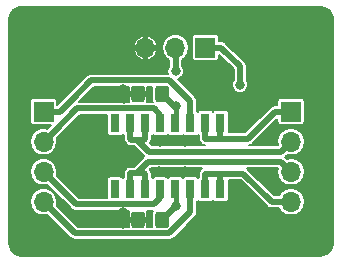
<source format=gbr>
G04 #@! TF.GenerationSoftware,KiCad,Pcbnew,(5.0.2)-1*
G04 #@! TF.CreationDate,2019-08-11T23:38:39-04:00*
G04 #@! TF.ProjectId,LT1356,4c543133-3536-42e6-9b69-6361645f7063,rev?*
G04 #@! TF.SameCoordinates,Original*
G04 #@! TF.FileFunction,Copper,L1,Top*
G04 #@! TF.FilePolarity,Positive*
%FSLAX46Y46*%
G04 Gerber Fmt 4.6, Leading zero omitted, Abs format (unit mm)*
G04 Created by KiCad (PCBNEW (5.0.2)-1) date 8/11/2019 11:38:39 PM*
%MOMM*%
%LPD*%
G01*
G04 APERTURE LIST*
G04 #@! TA.AperFunction,ComponentPad*
%ADD10R,1.700000X1.700000*%
G04 #@! TD*
G04 #@! TA.AperFunction,ComponentPad*
%ADD11O,1.700000X1.700000*%
G04 #@! TD*
G04 #@! TA.AperFunction,SMDPad,CuDef*
%ADD12R,0.800000X1.600000*%
G04 #@! TD*
G04 #@! TA.AperFunction,Conductor*
%ADD13C,0.100000*%
G04 #@! TD*
G04 #@! TA.AperFunction,SMDPad,CuDef*
%ADD14C,1.150000*%
G04 #@! TD*
G04 #@! TA.AperFunction,ViaPad*
%ADD15C,0.800000*%
G04 #@! TD*
G04 #@! TA.AperFunction,Conductor*
%ADD16C,0.400000*%
G04 #@! TD*
G04 #@! TA.AperFunction,Conductor*
%ADD17C,0.500000*%
G04 #@! TD*
G04 #@! TA.AperFunction,Conductor*
%ADD18C,0.200000*%
G04 #@! TD*
G04 APERTURE END LIST*
D10*
G04 #@! TO.P,J2,1*
G04 #@! TO.N,/INA*
X112395000Y-81534000D03*
D11*
G04 #@! TO.P,J2,2*
G04 #@! TO.N,/INB*
X112395000Y-84074000D03*
G04 #@! TO.P,J2,3*
G04 #@! TO.N,/INC*
X112395000Y-86614000D03*
G04 #@! TO.P,J2,4*
G04 #@! TO.N,/IND*
X112395000Y-89154000D03*
G04 #@! TD*
G04 #@! TO.P,J3,4*
G04 #@! TO.N,/OUTD*
X133350000Y-89154000D03*
G04 #@! TO.P,J3,3*
G04 #@! TO.N,/OUTC*
X133350000Y-86614000D03*
G04 #@! TO.P,J3,2*
G04 #@! TO.N,/OUTB*
X133350000Y-84074000D03*
D10*
G04 #@! TO.P,J3,1*
G04 #@! TO.N,/OUTA*
X133350000Y-81534000D03*
G04 #@! TD*
D12*
G04 #@! TO.P,U1,1*
G04 #@! TO.N,/OUTA*
X127369569Y-82505565D03*
G04 #@! TO.P,U1,2*
X126089569Y-82505565D03*
G04 #@! TO.P,U1,3*
G04 #@! TO.N,/INA*
X124829569Y-82505565D03*
G04 #@! TO.P,U1,4*
G04 #@! TO.N,+15V*
X123559569Y-82505565D03*
G04 #@! TO.P,U1,5*
G04 #@! TO.N,/INB*
X122279569Y-82505565D03*
G04 #@! TO.P,U1,6*
G04 #@! TO.N,/OUTB*
X121009569Y-82505565D03*
G04 #@! TO.P,U1,7*
X119749569Y-82505565D03*
G04 #@! TO.P,U1,8*
G04 #@! TO.N,Net-(U1-Pad8)*
X118469569Y-82505565D03*
G04 #@! TO.P,U1,9*
G04 #@! TO.N,Net-(U1-Pad9)*
X118469569Y-88105565D03*
G04 #@! TO.P,U1,10*
G04 #@! TO.N,/OUTC*
X119749569Y-88105565D03*
G04 #@! TO.P,U1,11*
X121009569Y-88105565D03*
G04 #@! TO.P,U1,12*
G04 #@! TO.N,/INC*
X122279569Y-88105565D03*
G04 #@! TO.P,U1,13*
G04 #@! TO.N,-15V*
X123559569Y-88105565D03*
G04 #@! TO.P,U1,14*
G04 #@! TO.N,/IND*
X124829569Y-88105565D03*
G04 #@! TO.P,U1,15*
G04 #@! TO.N,/OUTD*
X126089569Y-88105565D03*
G04 #@! TO.P,U1,16*
X127369569Y-88105565D03*
G04 #@! TD*
D13*
G04 #@! TO.N,GND*
G04 #@! TO.C,C1*
G36*
X120736505Y-79311204D02*
X120760773Y-79314804D01*
X120784572Y-79320765D01*
X120807671Y-79329030D01*
X120829850Y-79339520D01*
X120850893Y-79352132D01*
X120870599Y-79366747D01*
X120888777Y-79383223D01*
X120905253Y-79401401D01*
X120919868Y-79421107D01*
X120932480Y-79442150D01*
X120942970Y-79464329D01*
X120951235Y-79487428D01*
X120957196Y-79511227D01*
X120960796Y-79535495D01*
X120962000Y-79559999D01*
X120962000Y-80460001D01*
X120960796Y-80484505D01*
X120957196Y-80508773D01*
X120951235Y-80532572D01*
X120942970Y-80555671D01*
X120932480Y-80577850D01*
X120919868Y-80598893D01*
X120905253Y-80618599D01*
X120888777Y-80636777D01*
X120870599Y-80653253D01*
X120850893Y-80667868D01*
X120829850Y-80680480D01*
X120807671Y-80690970D01*
X120784572Y-80699235D01*
X120760773Y-80705196D01*
X120736505Y-80708796D01*
X120712001Y-80710000D01*
X120061999Y-80710000D01*
X120037495Y-80708796D01*
X120013227Y-80705196D01*
X119989428Y-80699235D01*
X119966329Y-80690970D01*
X119944150Y-80680480D01*
X119923107Y-80667868D01*
X119903401Y-80653253D01*
X119885223Y-80636777D01*
X119868747Y-80618599D01*
X119854132Y-80598893D01*
X119841520Y-80577850D01*
X119831030Y-80555671D01*
X119822765Y-80532572D01*
X119816804Y-80508773D01*
X119813204Y-80484505D01*
X119812000Y-80460001D01*
X119812000Y-79559999D01*
X119813204Y-79535495D01*
X119816804Y-79511227D01*
X119822765Y-79487428D01*
X119831030Y-79464329D01*
X119841520Y-79442150D01*
X119854132Y-79421107D01*
X119868747Y-79401401D01*
X119885223Y-79383223D01*
X119903401Y-79366747D01*
X119923107Y-79352132D01*
X119944150Y-79339520D01*
X119966329Y-79329030D01*
X119989428Y-79320765D01*
X120013227Y-79314804D01*
X120037495Y-79311204D01*
X120061999Y-79310000D01*
X120712001Y-79310000D01*
X120736505Y-79311204D01*
X120736505Y-79311204D01*
G37*
D14*
G04 #@! TD*
G04 #@! TO.P,C1,2*
G04 #@! TO.N,GND*
X120387000Y-80010000D03*
D13*
G04 #@! TO.N,+15V*
G04 #@! TO.C,C1*
G36*
X122786505Y-79311204D02*
X122810773Y-79314804D01*
X122834572Y-79320765D01*
X122857671Y-79329030D01*
X122879850Y-79339520D01*
X122900893Y-79352132D01*
X122920599Y-79366747D01*
X122938777Y-79383223D01*
X122955253Y-79401401D01*
X122969868Y-79421107D01*
X122982480Y-79442150D01*
X122992970Y-79464329D01*
X123001235Y-79487428D01*
X123007196Y-79511227D01*
X123010796Y-79535495D01*
X123012000Y-79559999D01*
X123012000Y-80460001D01*
X123010796Y-80484505D01*
X123007196Y-80508773D01*
X123001235Y-80532572D01*
X122992970Y-80555671D01*
X122982480Y-80577850D01*
X122969868Y-80598893D01*
X122955253Y-80618599D01*
X122938777Y-80636777D01*
X122920599Y-80653253D01*
X122900893Y-80667868D01*
X122879850Y-80680480D01*
X122857671Y-80690970D01*
X122834572Y-80699235D01*
X122810773Y-80705196D01*
X122786505Y-80708796D01*
X122762001Y-80710000D01*
X122111999Y-80710000D01*
X122087495Y-80708796D01*
X122063227Y-80705196D01*
X122039428Y-80699235D01*
X122016329Y-80690970D01*
X121994150Y-80680480D01*
X121973107Y-80667868D01*
X121953401Y-80653253D01*
X121935223Y-80636777D01*
X121918747Y-80618599D01*
X121904132Y-80598893D01*
X121891520Y-80577850D01*
X121881030Y-80555671D01*
X121872765Y-80532572D01*
X121866804Y-80508773D01*
X121863204Y-80484505D01*
X121862000Y-80460001D01*
X121862000Y-79559999D01*
X121863204Y-79535495D01*
X121866804Y-79511227D01*
X121872765Y-79487428D01*
X121881030Y-79464329D01*
X121891520Y-79442150D01*
X121904132Y-79421107D01*
X121918747Y-79401401D01*
X121935223Y-79383223D01*
X121953401Y-79366747D01*
X121973107Y-79352132D01*
X121994150Y-79339520D01*
X122016329Y-79329030D01*
X122039428Y-79320765D01*
X122063227Y-79314804D01*
X122087495Y-79311204D01*
X122111999Y-79310000D01*
X122762001Y-79310000D01*
X122786505Y-79311204D01*
X122786505Y-79311204D01*
G37*
D14*
G04 #@! TD*
G04 #@! TO.P,C1,1*
G04 #@! TO.N,+15V*
X122437000Y-80010000D03*
D13*
G04 #@! TO.N,GND*
G04 #@! TO.C,C2*
G36*
X120736505Y-89979204D02*
X120760773Y-89982804D01*
X120784572Y-89988765D01*
X120807671Y-89997030D01*
X120829850Y-90007520D01*
X120850893Y-90020132D01*
X120870599Y-90034747D01*
X120888777Y-90051223D01*
X120905253Y-90069401D01*
X120919868Y-90089107D01*
X120932480Y-90110150D01*
X120942970Y-90132329D01*
X120951235Y-90155428D01*
X120957196Y-90179227D01*
X120960796Y-90203495D01*
X120962000Y-90227999D01*
X120962000Y-91128001D01*
X120960796Y-91152505D01*
X120957196Y-91176773D01*
X120951235Y-91200572D01*
X120942970Y-91223671D01*
X120932480Y-91245850D01*
X120919868Y-91266893D01*
X120905253Y-91286599D01*
X120888777Y-91304777D01*
X120870599Y-91321253D01*
X120850893Y-91335868D01*
X120829850Y-91348480D01*
X120807671Y-91358970D01*
X120784572Y-91367235D01*
X120760773Y-91373196D01*
X120736505Y-91376796D01*
X120712001Y-91378000D01*
X120061999Y-91378000D01*
X120037495Y-91376796D01*
X120013227Y-91373196D01*
X119989428Y-91367235D01*
X119966329Y-91358970D01*
X119944150Y-91348480D01*
X119923107Y-91335868D01*
X119903401Y-91321253D01*
X119885223Y-91304777D01*
X119868747Y-91286599D01*
X119854132Y-91266893D01*
X119841520Y-91245850D01*
X119831030Y-91223671D01*
X119822765Y-91200572D01*
X119816804Y-91176773D01*
X119813204Y-91152505D01*
X119812000Y-91128001D01*
X119812000Y-90227999D01*
X119813204Y-90203495D01*
X119816804Y-90179227D01*
X119822765Y-90155428D01*
X119831030Y-90132329D01*
X119841520Y-90110150D01*
X119854132Y-90089107D01*
X119868747Y-90069401D01*
X119885223Y-90051223D01*
X119903401Y-90034747D01*
X119923107Y-90020132D01*
X119944150Y-90007520D01*
X119966329Y-89997030D01*
X119989428Y-89988765D01*
X120013227Y-89982804D01*
X120037495Y-89979204D01*
X120061999Y-89978000D01*
X120712001Y-89978000D01*
X120736505Y-89979204D01*
X120736505Y-89979204D01*
G37*
D14*
G04 #@! TD*
G04 #@! TO.P,C2,1*
G04 #@! TO.N,GND*
X120387000Y-90678000D03*
D13*
G04 #@! TO.N,-15V*
G04 #@! TO.C,C2*
G36*
X122786505Y-89979204D02*
X122810773Y-89982804D01*
X122834572Y-89988765D01*
X122857671Y-89997030D01*
X122879850Y-90007520D01*
X122900893Y-90020132D01*
X122920599Y-90034747D01*
X122938777Y-90051223D01*
X122955253Y-90069401D01*
X122969868Y-90089107D01*
X122982480Y-90110150D01*
X122992970Y-90132329D01*
X123001235Y-90155428D01*
X123007196Y-90179227D01*
X123010796Y-90203495D01*
X123012000Y-90227999D01*
X123012000Y-91128001D01*
X123010796Y-91152505D01*
X123007196Y-91176773D01*
X123001235Y-91200572D01*
X122992970Y-91223671D01*
X122982480Y-91245850D01*
X122969868Y-91266893D01*
X122955253Y-91286599D01*
X122938777Y-91304777D01*
X122920599Y-91321253D01*
X122900893Y-91335868D01*
X122879850Y-91348480D01*
X122857671Y-91358970D01*
X122834572Y-91367235D01*
X122810773Y-91373196D01*
X122786505Y-91376796D01*
X122762001Y-91378000D01*
X122111999Y-91378000D01*
X122087495Y-91376796D01*
X122063227Y-91373196D01*
X122039428Y-91367235D01*
X122016329Y-91358970D01*
X121994150Y-91348480D01*
X121973107Y-91335868D01*
X121953401Y-91321253D01*
X121935223Y-91304777D01*
X121918747Y-91286599D01*
X121904132Y-91266893D01*
X121891520Y-91245850D01*
X121881030Y-91223671D01*
X121872765Y-91200572D01*
X121866804Y-91176773D01*
X121863204Y-91152505D01*
X121862000Y-91128001D01*
X121862000Y-90227999D01*
X121863204Y-90203495D01*
X121866804Y-90179227D01*
X121872765Y-90155428D01*
X121881030Y-90132329D01*
X121891520Y-90110150D01*
X121904132Y-90089107D01*
X121918747Y-90069401D01*
X121935223Y-90051223D01*
X121953401Y-90034747D01*
X121973107Y-90020132D01*
X121994150Y-90007520D01*
X122016329Y-89997030D01*
X122039428Y-89988765D01*
X122063227Y-89982804D01*
X122087495Y-89979204D01*
X122111999Y-89978000D01*
X122762001Y-89978000D01*
X122786505Y-89979204D01*
X122786505Y-89979204D01*
G37*
D14*
G04 #@! TD*
G04 #@! TO.P,C2,2*
G04 #@! TO.N,-15V*
X122437000Y-90678000D03*
D10*
G04 #@! TO.P,J1,1*
G04 #@! TO.N,-15V*
X126095760Y-76108560D03*
D11*
G04 #@! TO.P,J1,2*
G04 #@! TO.N,+15V*
X123555760Y-76108560D03*
G04 #@! TO.P,J1,3*
G04 #@! TO.N,GND*
X121015760Y-76108560D03*
G04 #@! TD*
D15*
G04 #@! TO.N,-15V*
X123571000Y-89535000D03*
X129032000Y-79248000D03*
G04 #@! TO.N,+15V*
X123571000Y-81026000D03*
X123571000Y-78105000D03*
G04 #@! TO.N,GND*
X119138700Y-79578200D03*
X119164100Y-80492600D03*
X122250200Y-84086700D03*
X124371100Y-84099400D03*
X122174000Y-86563200D03*
X124396500Y-86537800D03*
X119151400Y-90055700D03*
X119151400Y-91008200D03*
G04 #@! TD*
D16*
G04 #@! TO.N,-15V*
X123571000Y-89535000D02*
X123571000Y-88116996D01*
X123571000Y-88116996D02*
X123559569Y-88105565D01*
D17*
X123571000Y-89544000D02*
X122437000Y-90678000D01*
X123571000Y-89535000D02*
X123571000Y-89544000D01*
X129032000Y-78682315D02*
X129032000Y-79248000D01*
X129032000Y-77694800D02*
X129032000Y-78682315D01*
X127445760Y-76108560D02*
X129032000Y-77694800D01*
X126095760Y-76108560D02*
X127445760Y-76108560D01*
D16*
G04 #@! TO.N,+15V*
X123571000Y-82494134D02*
X123559569Y-82505565D01*
X123571000Y-81026000D02*
X123571000Y-82494134D01*
D17*
X123453000Y-81026000D02*
X122437000Y-80010000D01*
X123571000Y-81026000D02*
X123453000Y-81026000D01*
X123571000Y-76123800D02*
X123555760Y-76108560D01*
X123571000Y-78105000D02*
X123571000Y-76123800D01*
G04 #@! TO.N,/INA*
X113745000Y-81534000D02*
X112395000Y-81534000D01*
X116419010Y-78859990D02*
X114761000Y-80518000D01*
X123051956Y-78859990D02*
X116419010Y-78859990D01*
X124829569Y-80637603D02*
X123051956Y-78859990D01*
X124829569Y-82505565D02*
X124829569Y-80637603D01*
X115103001Y-80175999D02*
X114761000Y-80518000D01*
X114761000Y-80518000D02*
X113745000Y-81534000D01*
G04 #@! TO.N,/INB*
X113244999Y-83224001D02*
X112395000Y-84074000D01*
X115213436Y-81255564D02*
X113244999Y-83224001D01*
X121769570Y-81255564D02*
X115213436Y-81255564D01*
X122279569Y-81765563D02*
X121769570Y-81255564D01*
X122279569Y-82505565D02*
X122279569Y-81765563D01*
G04 #@! TO.N,/INC*
X113244999Y-87463999D02*
X112395000Y-86614000D01*
X115136566Y-89355566D02*
X113244999Y-87463999D01*
X121769570Y-89355566D02*
X115136566Y-89355566D01*
X122279569Y-88845567D02*
X121769570Y-89355566D01*
X122279569Y-88105565D02*
X122279569Y-88845567D01*
G04 #@! TO.N,/IND*
X113244999Y-90003999D02*
X112395000Y-89154000D01*
X115069010Y-91828010D02*
X113244999Y-90003999D01*
X123051956Y-91828010D02*
X115069010Y-91828010D01*
X124829569Y-90050397D02*
X123051956Y-91828010D01*
X124829569Y-88105565D02*
X124829569Y-90050397D01*
G04 #@! TO.N,/OUTD*
X126089569Y-86805565D02*
X126089569Y-88105565D01*
X126123930Y-86771204D02*
X126089569Y-86805565D01*
X127369569Y-86805565D02*
X127335208Y-86771204D01*
X127369569Y-88105565D02*
X127369569Y-86805565D01*
X126939040Y-86771204D02*
X126123930Y-86771204D01*
X127335208Y-86771204D02*
X126939040Y-86771204D01*
X133350000Y-89154000D02*
X131699000Y-89154000D01*
X129316204Y-86771204D02*
X126939040Y-86771204D01*
X131699000Y-89154000D02*
X129316204Y-86771204D01*
G04 #@! TO.N,/OUTC*
X119778890Y-86720404D02*
X119749569Y-86749725D01*
X119749569Y-86749725D02*
X119749569Y-88105565D01*
X121009569Y-86805565D02*
X120924408Y-86720404D01*
X121009569Y-88105565D02*
X121009569Y-86805565D01*
X120269000Y-86720404D02*
X119778890Y-86720404D01*
X120924408Y-86720404D02*
X120269000Y-86720404D01*
X132500001Y-85764001D02*
X133350000Y-86614000D01*
X121225403Y-85764001D02*
X132500001Y-85764001D01*
X120269000Y-86720404D02*
X121225403Y-85764001D01*
G04 #@! TO.N,/OUTB*
X119749569Y-83805565D02*
X119749569Y-82505565D01*
X119855168Y-83911164D02*
X119749569Y-83805565D01*
X121009569Y-83805565D02*
X120903970Y-83911164D01*
X121009569Y-82505565D02*
X121009569Y-83805565D01*
X120309640Y-83911164D02*
X119855168Y-83911164D01*
X120903970Y-83911164D02*
X120309640Y-83911164D01*
X132500001Y-84923999D02*
X133350000Y-84074000D01*
X121322475Y-84923999D02*
X132500001Y-84923999D01*
X120309640Y-83911164D02*
X121322475Y-84923999D01*
G04 #@! TO.N,/OUTA*
X126089569Y-83805565D02*
X126089569Y-82505565D01*
X126108808Y-83824804D02*
X126089569Y-83805565D01*
X127369569Y-83805565D02*
X127350330Y-83824804D01*
X127369569Y-82505565D02*
X127369569Y-83805565D01*
X127350330Y-83824804D02*
X126771400Y-83824804D01*
X126771400Y-83824804D02*
X126108808Y-83824804D01*
X129709196Y-83824804D02*
X126771400Y-83824804D01*
X132000000Y-81534000D02*
X129709196Y-83824804D01*
X133350000Y-81534000D02*
X132000000Y-81534000D01*
G04 #@! TD*
D18*
G04 #@! TO.N,GND*
G36*
X136228857Y-72728991D02*
X136526847Y-72901037D01*
X136748022Y-73164622D01*
X136869907Y-73499499D01*
X136885001Y-73672023D01*
X136885000Y-92685942D01*
X136821008Y-93048859D01*
X136648963Y-93346847D01*
X136385379Y-93568021D01*
X136050501Y-93689907D01*
X135877988Y-93705000D01*
X110514058Y-93705000D01*
X110151141Y-93641008D01*
X109853153Y-93468963D01*
X109631979Y-93205379D01*
X109510093Y-92870501D01*
X109495000Y-92697988D01*
X109495000Y-84074000D01*
X111222471Y-84074000D01*
X111311724Y-84522707D01*
X111565897Y-84903103D01*
X111946293Y-85157276D01*
X112281739Y-85224000D01*
X112508261Y-85224000D01*
X112843707Y-85157276D01*
X113224103Y-84903103D01*
X113478276Y-84522707D01*
X113567529Y-84074000D01*
X113502042Y-83744775D01*
X113672211Y-83574606D01*
X113672213Y-83574603D01*
X115441253Y-81805564D01*
X117763692Y-81805564D01*
X117763692Y-83305565D01*
X117786976Y-83422619D01*
X117853281Y-83521853D01*
X117952515Y-83588158D01*
X118069569Y-83611442D01*
X118869569Y-83611442D01*
X118986623Y-83588158D01*
X119085857Y-83521853D01*
X119109569Y-83486365D01*
X119133281Y-83521853D01*
X119199569Y-83566145D01*
X119199569Y-83751396D01*
X119188794Y-83805565D01*
X119199569Y-83859734D01*
X119231480Y-84020163D01*
X119353041Y-84202093D01*
X119398968Y-84232780D01*
X119427953Y-84261765D01*
X119458640Y-84307692D01*
X119640569Y-84429253D01*
X119800998Y-84461164D01*
X119800999Y-84461164D01*
X119855168Y-84471939D01*
X119909337Y-84461164D01*
X120081824Y-84461164D01*
X120895261Y-85274602D01*
X120917671Y-85308141D01*
X120828875Y-85367473D01*
X120798189Y-85413398D01*
X120041184Y-86170404D01*
X119833058Y-86170404D01*
X119778889Y-86159629D01*
X119724720Y-86170404D01*
X119564291Y-86202315D01*
X119382362Y-86323876D01*
X119370618Y-86341453D01*
X119353041Y-86353197D01*
X119231480Y-86535127D01*
X119199569Y-86695555D01*
X119188794Y-86749725D01*
X119199569Y-86803894D01*
X119199569Y-87044985D01*
X119133281Y-87089277D01*
X119109569Y-87124765D01*
X119085857Y-87089277D01*
X118986623Y-87022972D01*
X118869569Y-86999688D01*
X118069569Y-86999688D01*
X117952515Y-87022972D01*
X117853281Y-87089277D01*
X117786976Y-87188511D01*
X117763692Y-87305565D01*
X117763692Y-88805566D01*
X115364383Y-88805566D01*
X113672213Y-87113397D01*
X113672211Y-87113394D01*
X113502042Y-86943225D01*
X113567529Y-86614000D01*
X113478276Y-86165293D01*
X113224103Y-85784897D01*
X112843707Y-85530724D01*
X112508261Y-85464000D01*
X112281739Y-85464000D01*
X111946293Y-85530724D01*
X111565897Y-85784897D01*
X111311724Y-86165293D01*
X111222471Y-86614000D01*
X111311724Y-87062707D01*
X111565897Y-87443103D01*
X111946293Y-87697276D01*
X112281739Y-87764000D01*
X112508261Y-87764000D01*
X112724225Y-87721042D01*
X112894394Y-87891211D01*
X112894397Y-87891213D01*
X114709352Y-89706169D01*
X114740038Y-89752094D01*
X114921967Y-89873655D01*
X115082396Y-89905566D01*
X115082397Y-89905566D01*
X115136566Y-89916341D01*
X115190735Y-89905566D01*
X119625525Y-89905566D01*
X119612000Y-89938217D01*
X119612000Y-90474000D01*
X119662000Y-90524000D01*
X120233000Y-90524000D01*
X120233000Y-90504000D01*
X120541000Y-90504000D01*
X120541000Y-90524000D01*
X121112000Y-90524000D01*
X121162000Y-90474000D01*
X121162000Y-89938217D01*
X121148475Y-89905566D01*
X121671741Y-89905566D01*
X121598437Y-90015274D01*
X121556123Y-90227999D01*
X121556123Y-91128001D01*
X121585962Y-91278010D01*
X121162000Y-91278010D01*
X121162000Y-90882000D01*
X121112000Y-90832000D01*
X120541000Y-90832000D01*
X120541000Y-90852000D01*
X120233000Y-90852000D01*
X120233000Y-90832000D01*
X119662000Y-90832000D01*
X119612000Y-90882000D01*
X119612000Y-91278010D01*
X115296827Y-91278010D01*
X113672213Y-89653397D01*
X113672211Y-89653394D01*
X113502042Y-89483225D01*
X113567529Y-89154000D01*
X113478276Y-88705293D01*
X113224103Y-88324897D01*
X112843707Y-88070724D01*
X112508261Y-88004000D01*
X112281739Y-88004000D01*
X111946293Y-88070724D01*
X111565897Y-88324897D01*
X111311724Y-88705293D01*
X111222471Y-89154000D01*
X111311724Y-89602707D01*
X111565897Y-89983103D01*
X111946293Y-90237276D01*
X112281739Y-90304000D01*
X112508261Y-90304000D01*
X112724225Y-90261042D01*
X112894394Y-90431211D01*
X112894397Y-90431213D01*
X114641796Y-92178613D01*
X114672482Y-92224538D01*
X114854411Y-92346099D01*
X115014840Y-92378010D01*
X115069009Y-92388785D01*
X115123178Y-92378010D01*
X122997787Y-92378010D01*
X123051956Y-92388785D01*
X123106125Y-92378010D01*
X123106126Y-92378010D01*
X123266555Y-92346099D01*
X123448484Y-92224538D01*
X123479172Y-92178610D01*
X125180175Y-90477609D01*
X125226097Y-90446925D01*
X125305964Y-90327396D01*
X125347657Y-90264998D01*
X125347657Y-90264997D01*
X125347658Y-90264996D01*
X125379569Y-90104567D01*
X125379569Y-90104563D01*
X125390343Y-90050398D01*
X125379569Y-89996233D01*
X125379569Y-89166145D01*
X125445857Y-89121853D01*
X125459569Y-89101331D01*
X125473281Y-89121853D01*
X125572515Y-89188158D01*
X125689569Y-89211442D01*
X126489569Y-89211442D01*
X126606623Y-89188158D01*
X126705857Y-89121853D01*
X126729569Y-89086365D01*
X126753281Y-89121853D01*
X126852515Y-89188158D01*
X126969569Y-89211442D01*
X127769569Y-89211442D01*
X127886623Y-89188158D01*
X127985857Y-89121853D01*
X128052162Y-89022619D01*
X128075446Y-88905565D01*
X128075446Y-87321204D01*
X129088388Y-87321204D01*
X131271788Y-89504606D01*
X131302472Y-89550528D01*
X131348394Y-89581212D01*
X131484399Y-89672088D01*
X131484400Y-89672088D01*
X131484401Y-89672089D01*
X131644830Y-89704000D01*
X131644834Y-89704000D01*
X131698999Y-89714774D01*
X131753164Y-89704000D01*
X132334406Y-89704000D01*
X132520897Y-89983103D01*
X132901293Y-90237276D01*
X133236739Y-90304000D01*
X133463261Y-90304000D01*
X133798707Y-90237276D01*
X134179103Y-89983103D01*
X134433276Y-89602707D01*
X134522529Y-89154000D01*
X134433276Y-88705293D01*
X134179103Y-88324897D01*
X133798707Y-88070724D01*
X133463261Y-88004000D01*
X133236739Y-88004000D01*
X132901293Y-88070724D01*
X132520897Y-88324897D01*
X132334406Y-88604000D01*
X131926818Y-88604000D01*
X129743420Y-86420604D01*
X129712732Y-86374676D01*
X129621925Y-86314001D01*
X132237144Y-86314001D01*
X132177471Y-86614000D01*
X132266724Y-87062707D01*
X132520897Y-87443103D01*
X132901293Y-87697276D01*
X133236739Y-87764000D01*
X133463261Y-87764000D01*
X133798707Y-87697276D01*
X134179103Y-87443103D01*
X134433276Y-87062707D01*
X134522529Y-86614000D01*
X134433276Y-86165293D01*
X134179103Y-85784897D01*
X133798707Y-85530724D01*
X133463261Y-85464000D01*
X133236739Y-85464000D01*
X133020774Y-85506958D01*
X132927217Y-85413401D01*
X132896529Y-85367473D01*
X132861399Y-85344000D01*
X132896529Y-85320527D01*
X132927217Y-85274599D01*
X133020774Y-85181042D01*
X133236739Y-85224000D01*
X133463261Y-85224000D01*
X133798707Y-85157276D01*
X134179103Y-84903103D01*
X134433276Y-84522707D01*
X134522529Y-84074000D01*
X134433276Y-83625293D01*
X134179103Y-83244897D01*
X133798707Y-82990724D01*
X133463261Y-82924000D01*
X133236739Y-82924000D01*
X132901293Y-82990724D01*
X132520897Y-83244897D01*
X132266724Y-83625293D01*
X132177471Y-84074000D01*
X132237144Y-84373999D01*
X129767413Y-84373999D01*
X129923795Y-84342893D01*
X130105724Y-84221332D01*
X130136412Y-84175404D01*
X132194123Y-82117694D01*
X132194123Y-82384000D01*
X132217407Y-82501054D01*
X132283712Y-82600288D01*
X132382946Y-82666593D01*
X132500000Y-82689877D01*
X134200000Y-82689877D01*
X134317054Y-82666593D01*
X134416288Y-82600288D01*
X134482593Y-82501054D01*
X134505877Y-82384000D01*
X134505877Y-80684000D01*
X134482593Y-80566946D01*
X134416288Y-80467712D01*
X134317054Y-80401407D01*
X134200000Y-80378123D01*
X132500000Y-80378123D01*
X132382946Y-80401407D01*
X132283712Y-80467712D01*
X132217407Y-80566946D01*
X132194123Y-80684000D01*
X132194123Y-80984000D01*
X132054168Y-80984000D01*
X131999999Y-80973225D01*
X131945830Y-80984000D01*
X131785401Y-81015911D01*
X131603472Y-81137472D01*
X131572787Y-81183396D01*
X129481380Y-83274804D01*
X128075446Y-83274804D01*
X128075446Y-81705565D01*
X128052162Y-81588511D01*
X127985857Y-81489277D01*
X127886623Y-81422972D01*
X127769569Y-81399688D01*
X126969569Y-81399688D01*
X126852515Y-81422972D01*
X126753281Y-81489277D01*
X126729569Y-81524765D01*
X126705857Y-81489277D01*
X126606623Y-81422972D01*
X126489569Y-81399688D01*
X125689569Y-81399688D01*
X125572515Y-81422972D01*
X125473281Y-81489277D01*
X125459569Y-81509799D01*
X125445857Y-81489277D01*
X125379569Y-81444985D01*
X125379569Y-80691767D01*
X125390343Y-80637602D01*
X125379569Y-80583437D01*
X125379569Y-80583433D01*
X125347658Y-80423004D01*
X125333228Y-80401407D01*
X125256781Y-80286997D01*
X125226097Y-80241075D01*
X125180175Y-80210391D01*
X123755878Y-78786096D01*
X123967518Y-78698432D01*
X124164432Y-78501518D01*
X124271000Y-78244239D01*
X124271000Y-77965761D01*
X124164432Y-77708482D01*
X124121000Y-77665050D01*
X124121000Y-77113971D01*
X124384863Y-76937663D01*
X124639036Y-76557267D01*
X124728289Y-76108560D01*
X124639036Y-75659853D01*
X124384863Y-75279457D01*
X124353589Y-75258560D01*
X124939883Y-75258560D01*
X124939883Y-76958560D01*
X124963167Y-77075614D01*
X125029472Y-77174848D01*
X125128706Y-77241153D01*
X125245760Y-77264437D01*
X126945760Y-77264437D01*
X127062814Y-77241153D01*
X127162048Y-77174848D01*
X127228353Y-77075614D01*
X127251637Y-76958560D01*
X127251637Y-76692253D01*
X128482000Y-77922617D01*
X128482001Y-78628141D01*
X128482000Y-78628146D01*
X128482000Y-78808050D01*
X128438568Y-78851482D01*
X128332000Y-79108761D01*
X128332000Y-79387239D01*
X128438568Y-79644518D01*
X128635482Y-79841432D01*
X128892761Y-79948000D01*
X129171239Y-79948000D01*
X129428518Y-79841432D01*
X129625432Y-79644518D01*
X129732000Y-79387239D01*
X129732000Y-79108761D01*
X129625432Y-78851482D01*
X129582000Y-78808050D01*
X129582000Y-77748968D01*
X129592775Y-77694799D01*
X129556328Y-77511568D01*
X129550089Y-77480201D01*
X129428528Y-77298272D01*
X129382603Y-77267586D01*
X127872976Y-75757960D01*
X127842288Y-75712032D01*
X127660359Y-75590471D01*
X127499930Y-75558560D01*
X127499929Y-75558560D01*
X127445760Y-75547785D01*
X127391591Y-75558560D01*
X127251637Y-75558560D01*
X127251637Y-75258560D01*
X127228353Y-75141506D01*
X127162048Y-75042272D01*
X127062814Y-74975967D01*
X126945760Y-74952683D01*
X125245760Y-74952683D01*
X125128706Y-74975967D01*
X125029472Y-75042272D01*
X124963167Y-75141506D01*
X124939883Y-75258560D01*
X124353589Y-75258560D01*
X124004467Y-75025284D01*
X123669021Y-74958560D01*
X123442499Y-74958560D01*
X123107053Y-75025284D01*
X122726657Y-75279457D01*
X122472484Y-75659853D01*
X122383231Y-76108560D01*
X122472484Y-76557267D01*
X122726657Y-76937663D01*
X123021000Y-77134337D01*
X123021000Y-77665050D01*
X122977568Y-77708482D01*
X122871000Y-77965761D01*
X122871000Y-78244239D01*
X122898235Y-78309990D01*
X116473178Y-78309990D01*
X116419009Y-78299215D01*
X116364840Y-78309990D01*
X116204411Y-78341901D01*
X116022482Y-78463462D01*
X115991796Y-78509387D01*
X114410395Y-80090788D01*
X113550877Y-80950307D01*
X113550877Y-80684000D01*
X113527593Y-80566946D01*
X113461288Y-80467712D01*
X113362054Y-80401407D01*
X113245000Y-80378123D01*
X111545000Y-80378123D01*
X111427946Y-80401407D01*
X111328712Y-80467712D01*
X111262407Y-80566946D01*
X111239123Y-80684000D01*
X111239123Y-82384000D01*
X111262407Y-82501054D01*
X111328712Y-82600288D01*
X111427946Y-82666593D01*
X111545000Y-82689877D01*
X113001307Y-82689877D01*
X112894397Y-82796787D01*
X112894394Y-82796789D01*
X112724225Y-82966958D01*
X112508261Y-82924000D01*
X112281739Y-82924000D01*
X111946293Y-82990724D01*
X111565897Y-83244897D01*
X111311724Y-83625293D01*
X111222471Y-84074000D01*
X109495000Y-84074000D01*
X109495000Y-76423147D01*
X120013977Y-76423147D01*
X120210620Y-76782566D01*
X120529839Y-77039374D01*
X120701176Y-77110327D01*
X120861760Y-77096631D01*
X120861760Y-76262560D01*
X121169760Y-76262560D01*
X121169760Y-77096631D01*
X121330344Y-77110327D01*
X121501681Y-77039374D01*
X121820900Y-76782566D01*
X122017543Y-76423147D01*
X122004422Y-76262560D01*
X121169760Y-76262560D01*
X120861760Y-76262560D01*
X120027098Y-76262560D01*
X120013977Y-76423147D01*
X109495000Y-76423147D01*
X109495000Y-75793973D01*
X120013977Y-75793973D01*
X120027098Y-75954560D01*
X120861760Y-75954560D01*
X120861760Y-75120489D01*
X121169760Y-75120489D01*
X121169760Y-75954560D01*
X122004422Y-75954560D01*
X122017543Y-75793973D01*
X121820900Y-75434554D01*
X121501681Y-75177746D01*
X121330344Y-75106793D01*
X121169760Y-75120489D01*
X120861760Y-75120489D01*
X120701176Y-75106793D01*
X120529839Y-75177746D01*
X120210620Y-75434554D01*
X120013977Y-75793973D01*
X109495000Y-75793973D01*
X109495000Y-73684058D01*
X109558991Y-73321143D01*
X109731037Y-73023153D01*
X109994622Y-72801978D01*
X110329499Y-72680093D01*
X110502011Y-72665000D01*
X135865942Y-72665000D01*
X136228857Y-72728991D01*
X136228857Y-72728991D01*
G37*
X136228857Y-72728991D02*
X136526847Y-72901037D01*
X136748022Y-73164622D01*
X136869907Y-73499499D01*
X136885001Y-73672023D01*
X136885000Y-92685942D01*
X136821008Y-93048859D01*
X136648963Y-93346847D01*
X136385379Y-93568021D01*
X136050501Y-93689907D01*
X135877988Y-93705000D01*
X110514058Y-93705000D01*
X110151141Y-93641008D01*
X109853153Y-93468963D01*
X109631979Y-93205379D01*
X109510093Y-92870501D01*
X109495000Y-92697988D01*
X109495000Y-84074000D01*
X111222471Y-84074000D01*
X111311724Y-84522707D01*
X111565897Y-84903103D01*
X111946293Y-85157276D01*
X112281739Y-85224000D01*
X112508261Y-85224000D01*
X112843707Y-85157276D01*
X113224103Y-84903103D01*
X113478276Y-84522707D01*
X113567529Y-84074000D01*
X113502042Y-83744775D01*
X113672211Y-83574606D01*
X113672213Y-83574603D01*
X115441253Y-81805564D01*
X117763692Y-81805564D01*
X117763692Y-83305565D01*
X117786976Y-83422619D01*
X117853281Y-83521853D01*
X117952515Y-83588158D01*
X118069569Y-83611442D01*
X118869569Y-83611442D01*
X118986623Y-83588158D01*
X119085857Y-83521853D01*
X119109569Y-83486365D01*
X119133281Y-83521853D01*
X119199569Y-83566145D01*
X119199569Y-83751396D01*
X119188794Y-83805565D01*
X119199569Y-83859734D01*
X119231480Y-84020163D01*
X119353041Y-84202093D01*
X119398968Y-84232780D01*
X119427953Y-84261765D01*
X119458640Y-84307692D01*
X119640569Y-84429253D01*
X119800998Y-84461164D01*
X119800999Y-84461164D01*
X119855168Y-84471939D01*
X119909337Y-84461164D01*
X120081824Y-84461164D01*
X120895261Y-85274602D01*
X120917671Y-85308141D01*
X120828875Y-85367473D01*
X120798189Y-85413398D01*
X120041184Y-86170404D01*
X119833058Y-86170404D01*
X119778889Y-86159629D01*
X119724720Y-86170404D01*
X119564291Y-86202315D01*
X119382362Y-86323876D01*
X119370618Y-86341453D01*
X119353041Y-86353197D01*
X119231480Y-86535127D01*
X119199569Y-86695555D01*
X119188794Y-86749725D01*
X119199569Y-86803894D01*
X119199569Y-87044985D01*
X119133281Y-87089277D01*
X119109569Y-87124765D01*
X119085857Y-87089277D01*
X118986623Y-87022972D01*
X118869569Y-86999688D01*
X118069569Y-86999688D01*
X117952515Y-87022972D01*
X117853281Y-87089277D01*
X117786976Y-87188511D01*
X117763692Y-87305565D01*
X117763692Y-88805566D01*
X115364383Y-88805566D01*
X113672213Y-87113397D01*
X113672211Y-87113394D01*
X113502042Y-86943225D01*
X113567529Y-86614000D01*
X113478276Y-86165293D01*
X113224103Y-85784897D01*
X112843707Y-85530724D01*
X112508261Y-85464000D01*
X112281739Y-85464000D01*
X111946293Y-85530724D01*
X111565897Y-85784897D01*
X111311724Y-86165293D01*
X111222471Y-86614000D01*
X111311724Y-87062707D01*
X111565897Y-87443103D01*
X111946293Y-87697276D01*
X112281739Y-87764000D01*
X112508261Y-87764000D01*
X112724225Y-87721042D01*
X112894394Y-87891211D01*
X112894397Y-87891213D01*
X114709352Y-89706169D01*
X114740038Y-89752094D01*
X114921967Y-89873655D01*
X115082396Y-89905566D01*
X115082397Y-89905566D01*
X115136566Y-89916341D01*
X115190735Y-89905566D01*
X119625525Y-89905566D01*
X119612000Y-89938217D01*
X119612000Y-90474000D01*
X119662000Y-90524000D01*
X120233000Y-90524000D01*
X120233000Y-90504000D01*
X120541000Y-90504000D01*
X120541000Y-90524000D01*
X121112000Y-90524000D01*
X121162000Y-90474000D01*
X121162000Y-89938217D01*
X121148475Y-89905566D01*
X121671741Y-89905566D01*
X121598437Y-90015274D01*
X121556123Y-90227999D01*
X121556123Y-91128001D01*
X121585962Y-91278010D01*
X121162000Y-91278010D01*
X121162000Y-90882000D01*
X121112000Y-90832000D01*
X120541000Y-90832000D01*
X120541000Y-90852000D01*
X120233000Y-90852000D01*
X120233000Y-90832000D01*
X119662000Y-90832000D01*
X119612000Y-90882000D01*
X119612000Y-91278010D01*
X115296827Y-91278010D01*
X113672213Y-89653397D01*
X113672211Y-89653394D01*
X113502042Y-89483225D01*
X113567529Y-89154000D01*
X113478276Y-88705293D01*
X113224103Y-88324897D01*
X112843707Y-88070724D01*
X112508261Y-88004000D01*
X112281739Y-88004000D01*
X111946293Y-88070724D01*
X111565897Y-88324897D01*
X111311724Y-88705293D01*
X111222471Y-89154000D01*
X111311724Y-89602707D01*
X111565897Y-89983103D01*
X111946293Y-90237276D01*
X112281739Y-90304000D01*
X112508261Y-90304000D01*
X112724225Y-90261042D01*
X112894394Y-90431211D01*
X112894397Y-90431213D01*
X114641796Y-92178613D01*
X114672482Y-92224538D01*
X114854411Y-92346099D01*
X115014840Y-92378010D01*
X115069009Y-92388785D01*
X115123178Y-92378010D01*
X122997787Y-92378010D01*
X123051956Y-92388785D01*
X123106125Y-92378010D01*
X123106126Y-92378010D01*
X123266555Y-92346099D01*
X123448484Y-92224538D01*
X123479172Y-92178610D01*
X125180175Y-90477609D01*
X125226097Y-90446925D01*
X125305964Y-90327396D01*
X125347657Y-90264998D01*
X125347657Y-90264997D01*
X125347658Y-90264996D01*
X125379569Y-90104567D01*
X125379569Y-90104563D01*
X125390343Y-90050398D01*
X125379569Y-89996233D01*
X125379569Y-89166145D01*
X125445857Y-89121853D01*
X125459569Y-89101331D01*
X125473281Y-89121853D01*
X125572515Y-89188158D01*
X125689569Y-89211442D01*
X126489569Y-89211442D01*
X126606623Y-89188158D01*
X126705857Y-89121853D01*
X126729569Y-89086365D01*
X126753281Y-89121853D01*
X126852515Y-89188158D01*
X126969569Y-89211442D01*
X127769569Y-89211442D01*
X127886623Y-89188158D01*
X127985857Y-89121853D01*
X128052162Y-89022619D01*
X128075446Y-88905565D01*
X128075446Y-87321204D01*
X129088388Y-87321204D01*
X131271788Y-89504606D01*
X131302472Y-89550528D01*
X131348394Y-89581212D01*
X131484399Y-89672088D01*
X131484400Y-89672088D01*
X131484401Y-89672089D01*
X131644830Y-89704000D01*
X131644834Y-89704000D01*
X131698999Y-89714774D01*
X131753164Y-89704000D01*
X132334406Y-89704000D01*
X132520897Y-89983103D01*
X132901293Y-90237276D01*
X133236739Y-90304000D01*
X133463261Y-90304000D01*
X133798707Y-90237276D01*
X134179103Y-89983103D01*
X134433276Y-89602707D01*
X134522529Y-89154000D01*
X134433276Y-88705293D01*
X134179103Y-88324897D01*
X133798707Y-88070724D01*
X133463261Y-88004000D01*
X133236739Y-88004000D01*
X132901293Y-88070724D01*
X132520897Y-88324897D01*
X132334406Y-88604000D01*
X131926818Y-88604000D01*
X129743420Y-86420604D01*
X129712732Y-86374676D01*
X129621925Y-86314001D01*
X132237144Y-86314001D01*
X132177471Y-86614000D01*
X132266724Y-87062707D01*
X132520897Y-87443103D01*
X132901293Y-87697276D01*
X133236739Y-87764000D01*
X133463261Y-87764000D01*
X133798707Y-87697276D01*
X134179103Y-87443103D01*
X134433276Y-87062707D01*
X134522529Y-86614000D01*
X134433276Y-86165293D01*
X134179103Y-85784897D01*
X133798707Y-85530724D01*
X133463261Y-85464000D01*
X133236739Y-85464000D01*
X133020774Y-85506958D01*
X132927217Y-85413401D01*
X132896529Y-85367473D01*
X132861399Y-85344000D01*
X132896529Y-85320527D01*
X132927217Y-85274599D01*
X133020774Y-85181042D01*
X133236739Y-85224000D01*
X133463261Y-85224000D01*
X133798707Y-85157276D01*
X134179103Y-84903103D01*
X134433276Y-84522707D01*
X134522529Y-84074000D01*
X134433276Y-83625293D01*
X134179103Y-83244897D01*
X133798707Y-82990724D01*
X133463261Y-82924000D01*
X133236739Y-82924000D01*
X132901293Y-82990724D01*
X132520897Y-83244897D01*
X132266724Y-83625293D01*
X132177471Y-84074000D01*
X132237144Y-84373999D01*
X129767413Y-84373999D01*
X129923795Y-84342893D01*
X130105724Y-84221332D01*
X130136412Y-84175404D01*
X132194123Y-82117694D01*
X132194123Y-82384000D01*
X132217407Y-82501054D01*
X132283712Y-82600288D01*
X132382946Y-82666593D01*
X132500000Y-82689877D01*
X134200000Y-82689877D01*
X134317054Y-82666593D01*
X134416288Y-82600288D01*
X134482593Y-82501054D01*
X134505877Y-82384000D01*
X134505877Y-80684000D01*
X134482593Y-80566946D01*
X134416288Y-80467712D01*
X134317054Y-80401407D01*
X134200000Y-80378123D01*
X132500000Y-80378123D01*
X132382946Y-80401407D01*
X132283712Y-80467712D01*
X132217407Y-80566946D01*
X132194123Y-80684000D01*
X132194123Y-80984000D01*
X132054168Y-80984000D01*
X131999999Y-80973225D01*
X131945830Y-80984000D01*
X131785401Y-81015911D01*
X131603472Y-81137472D01*
X131572787Y-81183396D01*
X129481380Y-83274804D01*
X128075446Y-83274804D01*
X128075446Y-81705565D01*
X128052162Y-81588511D01*
X127985857Y-81489277D01*
X127886623Y-81422972D01*
X127769569Y-81399688D01*
X126969569Y-81399688D01*
X126852515Y-81422972D01*
X126753281Y-81489277D01*
X126729569Y-81524765D01*
X126705857Y-81489277D01*
X126606623Y-81422972D01*
X126489569Y-81399688D01*
X125689569Y-81399688D01*
X125572515Y-81422972D01*
X125473281Y-81489277D01*
X125459569Y-81509799D01*
X125445857Y-81489277D01*
X125379569Y-81444985D01*
X125379569Y-80691767D01*
X125390343Y-80637602D01*
X125379569Y-80583437D01*
X125379569Y-80583433D01*
X125347658Y-80423004D01*
X125333228Y-80401407D01*
X125256781Y-80286997D01*
X125226097Y-80241075D01*
X125180175Y-80210391D01*
X123755878Y-78786096D01*
X123967518Y-78698432D01*
X124164432Y-78501518D01*
X124271000Y-78244239D01*
X124271000Y-77965761D01*
X124164432Y-77708482D01*
X124121000Y-77665050D01*
X124121000Y-77113971D01*
X124384863Y-76937663D01*
X124639036Y-76557267D01*
X124728289Y-76108560D01*
X124639036Y-75659853D01*
X124384863Y-75279457D01*
X124353589Y-75258560D01*
X124939883Y-75258560D01*
X124939883Y-76958560D01*
X124963167Y-77075614D01*
X125029472Y-77174848D01*
X125128706Y-77241153D01*
X125245760Y-77264437D01*
X126945760Y-77264437D01*
X127062814Y-77241153D01*
X127162048Y-77174848D01*
X127228353Y-77075614D01*
X127251637Y-76958560D01*
X127251637Y-76692253D01*
X128482000Y-77922617D01*
X128482001Y-78628141D01*
X128482000Y-78628146D01*
X128482000Y-78808050D01*
X128438568Y-78851482D01*
X128332000Y-79108761D01*
X128332000Y-79387239D01*
X128438568Y-79644518D01*
X128635482Y-79841432D01*
X128892761Y-79948000D01*
X129171239Y-79948000D01*
X129428518Y-79841432D01*
X129625432Y-79644518D01*
X129732000Y-79387239D01*
X129732000Y-79108761D01*
X129625432Y-78851482D01*
X129582000Y-78808050D01*
X129582000Y-77748968D01*
X129592775Y-77694799D01*
X129556328Y-77511568D01*
X129550089Y-77480201D01*
X129428528Y-77298272D01*
X129382603Y-77267586D01*
X127872976Y-75757960D01*
X127842288Y-75712032D01*
X127660359Y-75590471D01*
X127499930Y-75558560D01*
X127499929Y-75558560D01*
X127445760Y-75547785D01*
X127391591Y-75558560D01*
X127251637Y-75558560D01*
X127251637Y-75258560D01*
X127228353Y-75141506D01*
X127162048Y-75042272D01*
X127062814Y-74975967D01*
X126945760Y-74952683D01*
X125245760Y-74952683D01*
X125128706Y-74975967D01*
X125029472Y-75042272D01*
X124963167Y-75141506D01*
X124939883Y-75258560D01*
X124353589Y-75258560D01*
X124004467Y-75025284D01*
X123669021Y-74958560D01*
X123442499Y-74958560D01*
X123107053Y-75025284D01*
X122726657Y-75279457D01*
X122472484Y-75659853D01*
X122383231Y-76108560D01*
X122472484Y-76557267D01*
X122726657Y-76937663D01*
X123021000Y-77134337D01*
X123021000Y-77665050D01*
X122977568Y-77708482D01*
X122871000Y-77965761D01*
X122871000Y-78244239D01*
X122898235Y-78309990D01*
X116473178Y-78309990D01*
X116419009Y-78299215D01*
X116364840Y-78309990D01*
X116204411Y-78341901D01*
X116022482Y-78463462D01*
X115991796Y-78509387D01*
X114410395Y-80090788D01*
X113550877Y-80950307D01*
X113550877Y-80684000D01*
X113527593Y-80566946D01*
X113461288Y-80467712D01*
X113362054Y-80401407D01*
X113245000Y-80378123D01*
X111545000Y-80378123D01*
X111427946Y-80401407D01*
X111328712Y-80467712D01*
X111262407Y-80566946D01*
X111239123Y-80684000D01*
X111239123Y-82384000D01*
X111262407Y-82501054D01*
X111328712Y-82600288D01*
X111427946Y-82666593D01*
X111545000Y-82689877D01*
X113001307Y-82689877D01*
X112894397Y-82796787D01*
X112894394Y-82796789D01*
X112724225Y-82966958D01*
X112508261Y-82924000D01*
X112281739Y-82924000D01*
X111946293Y-82990724D01*
X111565897Y-83244897D01*
X111311724Y-83625293D01*
X111222471Y-84074000D01*
X109495000Y-84074000D01*
X109495000Y-76423147D01*
X120013977Y-76423147D01*
X120210620Y-76782566D01*
X120529839Y-77039374D01*
X120701176Y-77110327D01*
X120861760Y-77096631D01*
X120861760Y-76262560D01*
X121169760Y-76262560D01*
X121169760Y-77096631D01*
X121330344Y-77110327D01*
X121501681Y-77039374D01*
X121820900Y-76782566D01*
X122017543Y-76423147D01*
X122004422Y-76262560D01*
X121169760Y-76262560D01*
X120861760Y-76262560D01*
X120027098Y-76262560D01*
X120013977Y-76423147D01*
X109495000Y-76423147D01*
X109495000Y-75793973D01*
X120013977Y-75793973D01*
X120027098Y-75954560D01*
X120861760Y-75954560D01*
X120861760Y-75120489D01*
X121169760Y-75120489D01*
X121169760Y-75954560D01*
X122004422Y-75954560D01*
X122017543Y-75793973D01*
X121820900Y-75434554D01*
X121501681Y-75177746D01*
X121330344Y-75106793D01*
X121169760Y-75120489D01*
X120861760Y-75120489D01*
X120701176Y-75106793D01*
X120529839Y-75177746D01*
X120210620Y-75434554D01*
X120013977Y-75793973D01*
X109495000Y-75793973D01*
X109495000Y-73684058D01*
X109558991Y-73321143D01*
X109731037Y-73023153D01*
X109994622Y-72801978D01*
X110329499Y-72680093D01*
X110502011Y-72665000D01*
X135865942Y-72665000D01*
X136228857Y-72728991D01*
G36*
X125727402Y-86374676D02*
X125713639Y-86395274D01*
X125693041Y-86409037D01*
X125571480Y-86590967D01*
X125539901Y-86749725D01*
X125528794Y-86805565D01*
X125539569Y-86859734D01*
X125539569Y-87044985D01*
X125473281Y-87089277D01*
X125459569Y-87109799D01*
X125445857Y-87089277D01*
X125346623Y-87022972D01*
X125229569Y-86999688D01*
X124429569Y-86999688D01*
X124312515Y-87022972D01*
X124213281Y-87089277D01*
X124194569Y-87117282D01*
X124175857Y-87089277D01*
X124076623Y-87022972D01*
X123959569Y-86999688D01*
X123159569Y-86999688D01*
X123042515Y-87022972D01*
X122943281Y-87089277D01*
X122919569Y-87124765D01*
X122895857Y-87089277D01*
X122796623Y-87022972D01*
X122679569Y-86999688D01*
X121879569Y-86999688D01*
X121762515Y-87022972D01*
X121663281Y-87089277D01*
X121644569Y-87117282D01*
X121625857Y-87089277D01*
X121559569Y-87044985D01*
X121559569Y-86859734D01*
X121570344Y-86805565D01*
X121559237Y-86749725D01*
X121527658Y-86590966D01*
X121406097Y-86409037D01*
X121377375Y-86389846D01*
X121453220Y-86314001D01*
X125818209Y-86314001D01*
X125727402Y-86374676D01*
X125727402Y-86374676D01*
G37*
X125727402Y-86374676D02*
X125713639Y-86395274D01*
X125693041Y-86409037D01*
X125571480Y-86590967D01*
X125539901Y-86749725D01*
X125528794Y-86805565D01*
X125539569Y-86859734D01*
X125539569Y-87044985D01*
X125473281Y-87089277D01*
X125459569Y-87109799D01*
X125445857Y-87089277D01*
X125346623Y-87022972D01*
X125229569Y-86999688D01*
X124429569Y-86999688D01*
X124312515Y-87022972D01*
X124213281Y-87089277D01*
X124194569Y-87117282D01*
X124175857Y-87089277D01*
X124076623Y-87022972D01*
X123959569Y-86999688D01*
X123159569Y-86999688D01*
X123042515Y-87022972D01*
X122943281Y-87089277D01*
X122919569Y-87124765D01*
X122895857Y-87089277D01*
X122796623Y-87022972D01*
X122679569Y-86999688D01*
X121879569Y-86999688D01*
X121762515Y-87022972D01*
X121663281Y-87089277D01*
X121644569Y-87117282D01*
X121625857Y-87089277D01*
X121559569Y-87044985D01*
X121559569Y-86859734D01*
X121570344Y-86805565D01*
X121559237Y-86749725D01*
X121527658Y-86590966D01*
X121406097Y-86409037D01*
X121377375Y-86389846D01*
X121453220Y-86314001D01*
X125818209Y-86314001D01*
X125727402Y-86374676D01*
G36*
X122943281Y-83521853D02*
X123042515Y-83588158D01*
X123159569Y-83611442D01*
X123959569Y-83611442D01*
X124076623Y-83588158D01*
X124175857Y-83521853D01*
X124194569Y-83493848D01*
X124213281Y-83521853D01*
X124312515Y-83588158D01*
X124429569Y-83611442D01*
X125229569Y-83611442D01*
X125346623Y-83588158D01*
X125445857Y-83521853D01*
X125459569Y-83501331D01*
X125473281Y-83521853D01*
X125539569Y-83566145D01*
X125539569Y-83751396D01*
X125528794Y-83805565D01*
X125539569Y-83859734D01*
X125571480Y-84020163D01*
X125693041Y-84202093D01*
X125704574Y-84209799D01*
X125712280Y-84221332D01*
X125894209Y-84342893D01*
X126050591Y-84373999D01*
X121550292Y-84373999D01*
X121389485Y-84213193D01*
X121406097Y-84202093D01*
X121527658Y-84020164D01*
X121559569Y-83859735D01*
X121559569Y-83859734D01*
X121570344Y-83805565D01*
X121559569Y-83751396D01*
X121559569Y-83566145D01*
X121625857Y-83521853D01*
X121644569Y-83493848D01*
X121663281Y-83521853D01*
X121762515Y-83588158D01*
X121879569Y-83611442D01*
X122679569Y-83611442D01*
X122796623Y-83588158D01*
X122895857Y-83521853D01*
X122919569Y-83486365D01*
X122943281Y-83521853D01*
X122943281Y-83521853D01*
G37*
X122943281Y-83521853D02*
X123042515Y-83588158D01*
X123159569Y-83611442D01*
X123959569Y-83611442D01*
X124076623Y-83588158D01*
X124175857Y-83521853D01*
X124194569Y-83493848D01*
X124213281Y-83521853D01*
X124312515Y-83588158D01*
X124429569Y-83611442D01*
X125229569Y-83611442D01*
X125346623Y-83588158D01*
X125445857Y-83521853D01*
X125459569Y-83501331D01*
X125473281Y-83521853D01*
X125539569Y-83566145D01*
X125539569Y-83751396D01*
X125528794Y-83805565D01*
X125539569Y-83859734D01*
X125571480Y-84020163D01*
X125693041Y-84202093D01*
X125704574Y-84209799D01*
X125712280Y-84221332D01*
X125894209Y-84342893D01*
X126050591Y-84373999D01*
X121550292Y-84373999D01*
X121389485Y-84213193D01*
X121406097Y-84202093D01*
X121527658Y-84020164D01*
X121559569Y-83859735D01*
X121559569Y-83859734D01*
X121570344Y-83805565D01*
X121559569Y-83751396D01*
X121559569Y-83566145D01*
X121625857Y-83521853D01*
X121644569Y-83493848D01*
X121663281Y-83521853D01*
X121762515Y-83588158D01*
X121879569Y-83611442D01*
X122679569Y-83611442D01*
X122796623Y-83588158D01*
X122895857Y-83521853D01*
X122919569Y-83486365D01*
X122943281Y-83521853D01*
G36*
X119612000Y-79806000D02*
X119662000Y-79856000D01*
X120233000Y-79856000D01*
X120233000Y-79836000D01*
X120541000Y-79836000D01*
X120541000Y-79856000D01*
X121112000Y-79856000D01*
X121162000Y-79806000D01*
X121162000Y-79409990D01*
X121585962Y-79409990D01*
X121556123Y-79559999D01*
X121556123Y-80460001D01*
X121598437Y-80672726D01*
X121620379Y-80705564D01*
X121162000Y-80705564D01*
X121162000Y-80214000D01*
X121112000Y-80164000D01*
X120541000Y-80164000D01*
X120541000Y-80184000D01*
X120233000Y-80184000D01*
X120233000Y-80164000D01*
X119662000Y-80164000D01*
X119612000Y-80214000D01*
X119612000Y-80705564D01*
X115351253Y-80705564D01*
X116646827Y-79409990D01*
X119612000Y-79409990D01*
X119612000Y-79806000D01*
X119612000Y-79806000D01*
G37*
X119612000Y-79806000D02*
X119662000Y-79856000D01*
X120233000Y-79856000D01*
X120233000Y-79836000D01*
X120541000Y-79836000D01*
X120541000Y-79856000D01*
X121112000Y-79856000D01*
X121162000Y-79806000D01*
X121162000Y-79409990D01*
X121585962Y-79409990D01*
X121556123Y-79559999D01*
X121556123Y-80460001D01*
X121598437Y-80672726D01*
X121620379Y-80705564D01*
X121162000Y-80705564D01*
X121162000Y-80214000D01*
X121112000Y-80164000D01*
X120541000Y-80164000D01*
X120541000Y-80184000D01*
X120233000Y-80184000D01*
X120233000Y-80164000D01*
X119662000Y-80164000D01*
X119612000Y-80214000D01*
X119612000Y-80705564D01*
X115351253Y-80705564D01*
X116646827Y-79409990D01*
X119612000Y-79409990D01*
X119612000Y-79806000D01*
G04 #@! TD*
M02*

</source>
